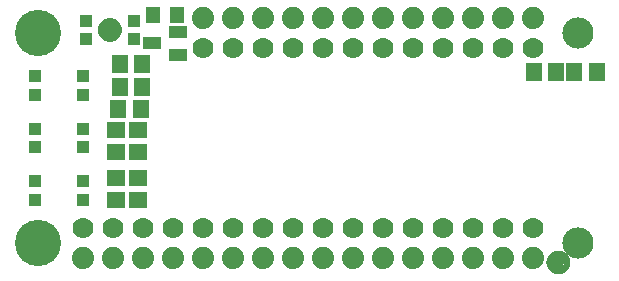
<source format=gbr>
G04 EAGLE Gerber RS-274X export*
G75*
%MOMM*%
%FSLAX34Y34*%
%LPD*%
%INSoldermask Top*%
%IPPOS*%
%AMOC8*
5,1,8,0,0,1.08239X$1,22.5*%
G01*
%ADD10C,1.101600*%
%ADD11C,0.500000*%
%ADD12R,1.601600X1.341600*%
%ADD13R,1.341600X1.601600*%
%ADD14C,2.641600*%
%ADD15C,3.911600*%
%ADD16C,1.879600*%
%ADD17R,1.001600X1.001600*%
%ADD18C,1.778000*%
%ADD19R,1.501600X1.101600*%
%ADD20R,1.301600X1.401600*%


D10*
X86360Y205740D03*
D11*
X86360Y213240D02*
X86179Y213238D01*
X85998Y213231D01*
X85817Y213220D01*
X85636Y213205D01*
X85456Y213185D01*
X85276Y213161D01*
X85097Y213133D01*
X84919Y213100D01*
X84742Y213063D01*
X84565Y213022D01*
X84390Y212977D01*
X84215Y212927D01*
X84042Y212873D01*
X83871Y212815D01*
X83700Y212753D01*
X83532Y212686D01*
X83365Y212616D01*
X83199Y212542D01*
X83036Y212463D01*
X82875Y212381D01*
X82715Y212295D01*
X82558Y212205D01*
X82403Y212111D01*
X82250Y212014D01*
X82100Y211912D01*
X81952Y211808D01*
X81806Y211699D01*
X81664Y211588D01*
X81524Y211472D01*
X81387Y211354D01*
X81252Y211232D01*
X81121Y211107D01*
X80993Y210979D01*
X80868Y210848D01*
X80746Y210713D01*
X80628Y210576D01*
X80512Y210436D01*
X80401Y210294D01*
X80292Y210148D01*
X80188Y210000D01*
X80086Y209850D01*
X79989Y209697D01*
X79895Y209542D01*
X79805Y209385D01*
X79719Y209225D01*
X79637Y209064D01*
X79558Y208901D01*
X79484Y208735D01*
X79414Y208568D01*
X79347Y208400D01*
X79285Y208229D01*
X79227Y208058D01*
X79173Y207885D01*
X79123Y207710D01*
X79078Y207535D01*
X79037Y207358D01*
X79000Y207181D01*
X78967Y207003D01*
X78939Y206824D01*
X78915Y206644D01*
X78895Y206464D01*
X78880Y206283D01*
X78869Y206102D01*
X78862Y205921D01*
X78860Y205740D01*
X86360Y213240D02*
X86541Y213238D01*
X86722Y213231D01*
X86903Y213220D01*
X87084Y213205D01*
X87264Y213185D01*
X87444Y213161D01*
X87623Y213133D01*
X87801Y213100D01*
X87978Y213063D01*
X88155Y213022D01*
X88330Y212977D01*
X88505Y212927D01*
X88678Y212873D01*
X88849Y212815D01*
X89020Y212753D01*
X89188Y212686D01*
X89355Y212616D01*
X89521Y212542D01*
X89684Y212463D01*
X89845Y212381D01*
X90005Y212295D01*
X90162Y212205D01*
X90317Y212111D01*
X90470Y212014D01*
X90620Y211912D01*
X90768Y211808D01*
X90914Y211699D01*
X91056Y211588D01*
X91196Y211472D01*
X91333Y211354D01*
X91468Y211232D01*
X91599Y211107D01*
X91727Y210979D01*
X91852Y210848D01*
X91974Y210713D01*
X92092Y210576D01*
X92208Y210436D01*
X92319Y210294D01*
X92428Y210148D01*
X92532Y210000D01*
X92634Y209850D01*
X92731Y209697D01*
X92825Y209542D01*
X92915Y209385D01*
X93001Y209225D01*
X93083Y209064D01*
X93162Y208901D01*
X93236Y208735D01*
X93306Y208568D01*
X93373Y208400D01*
X93435Y208229D01*
X93493Y208058D01*
X93547Y207885D01*
X93597Y207710D01*
X93642Y207535D01*
X93683Y207358D01*
X93720Y207181D01*
X93753Y207003D01*
X93781Y206824D01*
X93805Y206644D01*
X93825Y206464D01*
X93840Y206283D01*
X93851Y206102D01*
X93858Y205921D01*
X93860Y205740D01*
X93858Y205559D01*
X93851Y205378D01*
X93840Y205197D01*
X93825Y205016D01*
X93805Y204836D01*
X93781Y204656D01*
X93753Y204477D01*
X93720Y204299D01*
X93683Y204122D01*
X93642Y203945D01*
X93597Y203770D01*
X93547Y203595D01*
X93493Y203422D01*
X93435Y203251D01*
X93373Y203080D01*
X93306Y202912D01*
X93236Y202745D01*
X93162Y202579D01*
X93083Y202416D01*
X93001Y202255D01*
X92915Y202095D01*
X92825Y201938D01*
X92731Y201783D01*
X92634Y201630D01*
X92532Y201480D01*
X92428Y201332D01*
X92319Y201186D01*
X92208Y201044D01*
X92092Y200904D01*
X91974Y200767D01*
X91852Y200632D01*
X91727Y200501D01*
X91599Y200373D01*
X91468Y200248D01*
X91333Y200126D01*
X91196Y200008D01*
X91056Y199892D01*
X90914Y199781D01*
X90768Y199672D01*
X90620Y199568D01*
X90470Y199466D01*
X90317Y199369D01*
X90162Y199275D01*
X90005Y199185D01*
X89845Y199099D01*
X89684Y199017D01*
X89521Y198938D01*
X89355Y198864D01*
X89188Y198794D01*
X89020Y198727D01*
X88849Y198665D01*
X88678Y198607D01*
X88505Y198553D01*
X88330Y198503D01*
X88155Y198458D01*
X87978Y198417D01*
X87801Y198380D01*
X87623Y198347D01*
X87444Y198319D01*
X87264Y198295D01*
X87084Y198275D01*
X86903Y198260D01*
X86722Y198249D01*
X86541Y198242D01*
X86360Y198240D01*
X86179Y198242D01*
X85998Y198249D01*
X85817Y198260D01*
X85636Y198275D01*
X85456Y198295D01*
X85276Y198319D01*
X85097Y198347D01*
X84919Y198380D01*
X84742Y198417D01*
X84565Y198458D01*
X84390Y198503D01*
X84215Y198553D01*
X84042Y198607D01*
X83871Y198665D01*
X83700Y198727D01*
X83532Y198794D01*
X83365Y198864D01*
X83199Y198938D01*
X83036Y199017D01*
X82875Y199099D01*
X82715Y199185D01*
X82558Y199275D01*
X82403Y199369D01*
X82250Y199466D01*
X82100Y199568D01*
X81952Y199672D01*
X81806Y199781D01*
X81664Y199892D01*
X81524Y200008D01*
X81387Y200126D01*
X81252Y200248D01*
X81121Y200373D01*
X80993Y200501D01*
X80868Y200632D01*
X80746Y200767D01*
X80628Y200904D01*
X80512Y201044D01*
X80401Y201186D01*
X80292Y201332D01*
X80188Y201480D01*
X80086Y201630D01*
X79989Y201783D01*
X79895Y201938D01*
X79805Y202095D01*
X79719Y202255D01*
X79637Y202416D01*
X79558Y202579D01*
X79484Y202745D01*
X79414Y202912D01*
X79347Y203080D01*
X79285Y203251D01*
X79227Y203422D01*
X79173Y203595D01*
X79123Y203770D01*
X79078Y203945D01*
X79037Y204122D01*
X79000Y204299D01*
X78967Y204477D01*
X78939Y204656D01*
X78915Y204836D01*
X78895Y205016D01*
X78880Y205197D01*
X78869Y205378D01*
X78862Y205559D01*
X78860Y205740D01*
D10*
X466090Y8890D03*
D11*
X466090Y16390D02*
X465909Y16388D01*
X465728Y16381D01*
X465547Y16370D01*
X465366Y16355D01*
X465186Y16335D01*
X465006Y16311D01*
X464827Y16283D01*
X464649Y16250D01*
X464472Y16213D01*
X464295Y16172D01*
X464120Y16127D01*
X463945Y16077D01*
X463772Y16023D01*
X463601Y15965D01*
X463430Y15903D01*
X463262Y15836D01*
X463095Y15766D01*
X462929Y15692D01*
X462766Y15613D01*
X462605Y15531D01*
X462445Y15445D01*
X462288Y15355D01*
X462133Y15261D01*
X461980Y15164D01*
X461830Y15062D01*
X461682Y14958D01*
X461536Y14849D01*
X461394Y14738D01*
X461254Y14622D01*
X461117Y14504D01*
X460982Y14382D01*
X460851Y14257D01*
X460723Y14129D01*
X460598Y13998D01*
X460476Y13863D01*
X460358Y13726D01*
X460242Y13586D01*
X460131Y13444D01*
X460022Y13298D01*
X459918Y13150D01*
X459816Y13000D01*
X459719Y12847D01*
X459625Y12692D01*
X459535Y12535D01*
X459449Y12375D01*
X459367Y12214D01*
X459288Y12051D01*
X459214Y11885D01*
X459144Y11718D01*
X459077Y11550D01*
X459015Y11379D01*
X458957Y11208D01*
X458903Y11035D01*
X458853Y10860D01*
X458808Y10685D01*
X458767Y10508D01*
X458730Y10331D01*
X458697Y10153D01*
X458669Y9974D01*
X458645Y9794D01*
X458625Y9614D01*
X458610Y9433D01*
X458599Y9252D01*
X458592Y9071D01*
X458590Y8890D01*
X466090Y16390D02*
X466271Y16388D01*
X466452Y16381D01*
X466633Y16370D01*
X466814Y16355D01*
X466994Y16335D01*
X467174Y16311D01*
X467353Y16283D01*
X467531Y16250D01*
X467708Y16213D01*
X467885Y16172D01*
X468060Y16127D01*
X468235Y16077D01*
X468408Y16023D01*
X468579Y15965D01*
X468750Y15903D01*
X468918Y15836D01*
X469085Y15766D01*
X469251Y15692D01*
X469414Y15613D01*
X469575Y15531D01*
X469735Y15445D01*
X469892Y15355D01*
X470047Y15261D01*
X470200Y15164D01*
X470350Y15062D01*
X470498Y14958D01*
X470644Y14849D01*
X470786Y14738D01*
X470926Y14622D01*
X471063Y14504D01*
X471198Y14382D01*
X471329Y14257D01*
X471457Y14129D01*
X471582Y13998D01*
X471704Y13863D01*
X471822Y13726D01*
X471938Y13586D01*
X472049Y13444D01*
X472158Y13298D01*
X472262Y13150D01*
X472364Y13000D01*
X472461Y12847D01*
X472555Y12692D01*
X472645Y12535D01*
X472731Y12375D01*
X472813Y12214D01*
X472892Y12051D01*
X472966Y11885D01*
X473036Y11718D01*
X473103Y11550D01*
X473165Y11379D01*
X473223Y11208D01*
X473277Y11035D01*
X473327Y10860D01*
X473372Y10685D01*
X473413Y10508D01*
X473450Y10331D01*
X473483Y10153D01*
X473511Y9974D01*
X473535Y9794D01*
X473555Y9614D01*
X473570Y9433D01*
X473581Y9252D01*
X473588Y9071D01*
X473590Y8890D01*
X473588Y8709D01*
X473581Y8528D01*
X473570Y8347D01*
X473555Y8166D01*
X473535Y7986D01*
X473511Y7806D01*
X473483Y7627D01*
X473450Y7449D01*
X473413Y7272D01*
X473372Y7095D01*
X473327Y6920D01*
X473277Y6745D01*
X473223Y6572D01*
X473165Y6401D01*
X473103Y6230D01*
X473036Y6062D01*
X472966Y5895D01*
X472892Y5729D01*
X472813Y5566D01*
X472731Y5405D01*
X472645Y5245D01*
X472555Y5088D01*
X472461Y4933D01*
X472364Y4780D01*
X472262Y4630D01*
X472158Y4482D01*
X472049Y4336D01*
X471938Y4194D01*
X471822Y4054D01*
X471704Y3917D01*
X471582Y3782D01*
X471457Y3651D01*
X471329Y3523D01*
X471198Y3398D01*
X471063Y3276D01*
X470926Y3158D01*
X470786Y3042D01*
X470644Y2931D01*
X470498Y2822D01*
X470350Y2718D01*
X470200Y2616D01*
X470047Y2519D01*
X469892Y2425D01*
X469735Y2335D01*
X469575Y2249D01*
X469414Y2167D01*
X469251Y2088D01*
X469085Y2014D01*
X468918Y1944D01*
X468750Y1877D01*
X468579Y1815D01*
X468408Y1757D01*
X468235Y1703D01*
X468060Y1653D01*
X467885Y1608D01*
X467708Y1567D01*
X467531Y1530D01*
X467353Y1497D01*
X467174Y1469D01*
X466994Y1445D01*
X466814Y1425D01*
X466633Y1410D01*
X466452Y1399D01*
X466271Y1392D01*
X466090Y1390D01*
X465909Y1392D01*
X465728Y1399D01*
X465547Y1410D01*
X465366Y1425D01*
X465186Y1445D01*
X465006Y1469D01*
X464827Y1497D01*
X464649Y1530D01*
X464472Y1567D01*
X464295Y1608D01*
X464120Y1653D01*
X463945Y1703D01*
X463772Y1757D01*
X463601Y1815D01*
X463430Y1877D01*
X463262Y1944D01*
X463095Y2014D01*
X462929Y2088D01*
X462766Y2167D01*
X462605Y2249D01*
X462445Y2335D01*
X462288Y2425D01*
X462133Y2519D01*
X461980Y2616D01*
X461830Y2718D01*
X461682Y2822D01*
X461536Y2931D01*
X461394Y3042D01*
X461254Y3158D01*
X461117Y3276D01*
X460982Y3398D01*
X460851Y3523D01*
X460723Y3651D01*
X460598Y3782D01*
X460476Y3917D01*
X460358Y4054D01*
X460242Y4194D01*
X460131Y4336D01*
X460022Y4482D01*
X459918Y4630D01*
X459816Y4780D01*
X459719Y4933D01*
X459625Y5088D01*
X459535Y5245D01*
X459449Y5405D01*
X459367Y5566D01*
X459288Y5729D01*
X459214Y5895D01*
X459144Y6062D01*
X459077Y6230D01*
X459015Y6401D01*
X458957Y6572D01*
X458903Y6745D01*
X458853Y6920D01*
X458808Y7095D01*
X458767Y7272D01*
X458730Y7449D01*
X458697Y7627D01*
X458669Y7806D01*
X458645Y7986D01*
X458625Y8166D01*
X458610Y8347D01*
X458599Y8528D01*
X458592Y8709D01*
X458590Y8890D01*
D12*
X110490Y80620D03*
X110490Y61620D03*
X91440Y80620D03*
X91440Y61620D03*
X91440Y102260D03*
X91440Y121260D03*
D13*
X94640Y176530D03*
X113640Y176530D03*
X94640Y157480D03*
X113640Y157480D03*
D12*
X110490Y102260D03*
X110490Y121260D03*
D14*
X482600Y203200D03*
X482600Y25400D03*
D15*
X25400Y203200D03*
X25400Y25400D03*
D16*
X165100Y215900D03*
X190500Y215900D03*
X215900Y215900D03*
X241300Y215900D03*
X266700Y215900D03*
X292100Y215900D03*
X317500Y215900D03*
X342900Y215900D03*
X368300Y215900D03*
X393700Y215900D03*
X419100Y215900D03*
X444500Y215900D03*
X165100Y12700D03*
X190500Y12700D03*
X215900Y12700D03*
X241300Y12700D03*
X266700Y12700D03*
X292100Y12700D03*
X317500Y12700D03*
X342900Y12700D03*
X368300Y12700D03*
X393700Y12700D03*
X419100Y12700D03*
X444500Y12700D03*
X139700Y12700D03*
X114300Y12700D03*
X88900Y12700D03*
X63500Y12700D03*
D17*
X65860Y197740D03*
X65860Y213740D03*
X106860Y213740D03*
X106860Y197740D03*
X22680Y150750D03*
X22680Y166750D03*
X63680Y166750D03*
X63680Y150750D03*
X63680Y77850D03*
X63680Y61850D03*
X22680Y61850D03*
X22680Y77850D03*
X63680Y122300D03*
X63680Y106300D03*
X22680Y106300D03*
X22680Y122300D03*
D13*
X498450Y170180D03*
X479450Y170180D03*
X445160Y170180D03*
X464160Y170180D03*
D18*
X444500Y38100D03*
X419100Y38100D03*
X393700Y38100D03*
X368300Y38100D03*
X342900Y38100D03*
X317500Y38100D03*
X292100Y38100D03*
X266700Y38100D03*
X241300Y38100D03*
X215900Y38100D03*
X190500Y38100D03*
X165100Y38100D03*
X139700Y38100D03*
X114300Y38100D03*
X88900Y38100D03*
X63500Y38100D03*
X165100Y190500D03*
X190500Y190500D03*
X215900Y190500D03*
X241300Y190500D03*
X266700Y190500D03*
X292100Y190500D03*
X317500Y190500D03*
X342900Y190500D03*
X368300Y190500D03*
X393700Y190500D03*
X419100Y190500D03*
X444500Y190500D03*
D13*
X112370Y138430D03*
X93370Y138430D03*
D19*
X122350Y194310D03*
X144350Y203810D03*
X144350Y184810D03*
D20*
X143510Y218440D03*
X123190Y218440D03*
M02*

</source>
